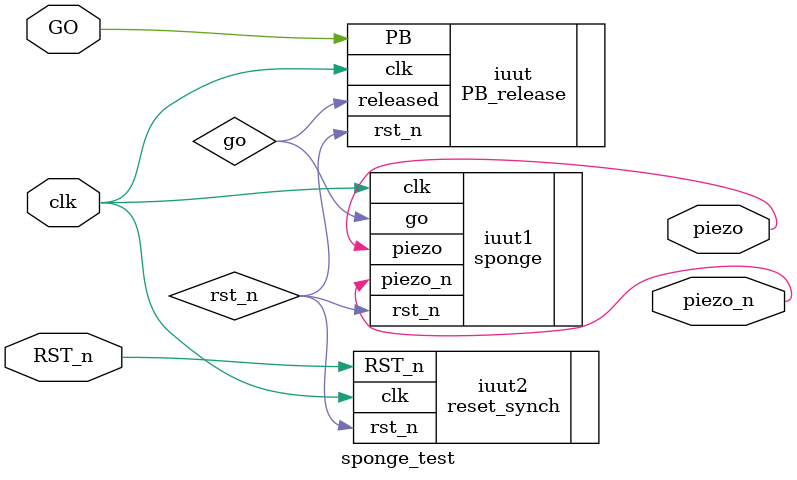
<source format=sv>
module sponge_test(
	input clk,
	input RST_n,
	input GO,
	output logic piezo,
	output logic piezo_n
);

// PB_release
// Internal Signals
logic go;
logic rst_n;

// Instantiating PB_release
PB_release iuut(.clk(clk), .rst_n(rst_n), .PB(GO), .released(go));

// Reset_synch
reset_synch iuut2(.clk(clk), .rst_n(rst_n), .RST_n(RST_n));

// Instantiating sponge
sponge #(0) iuut1 (.clk(clk), .rst_n(rst_n), .go(go), .piezo(piezo), .piezo_n(piezo_n));

endmodule
</source>
